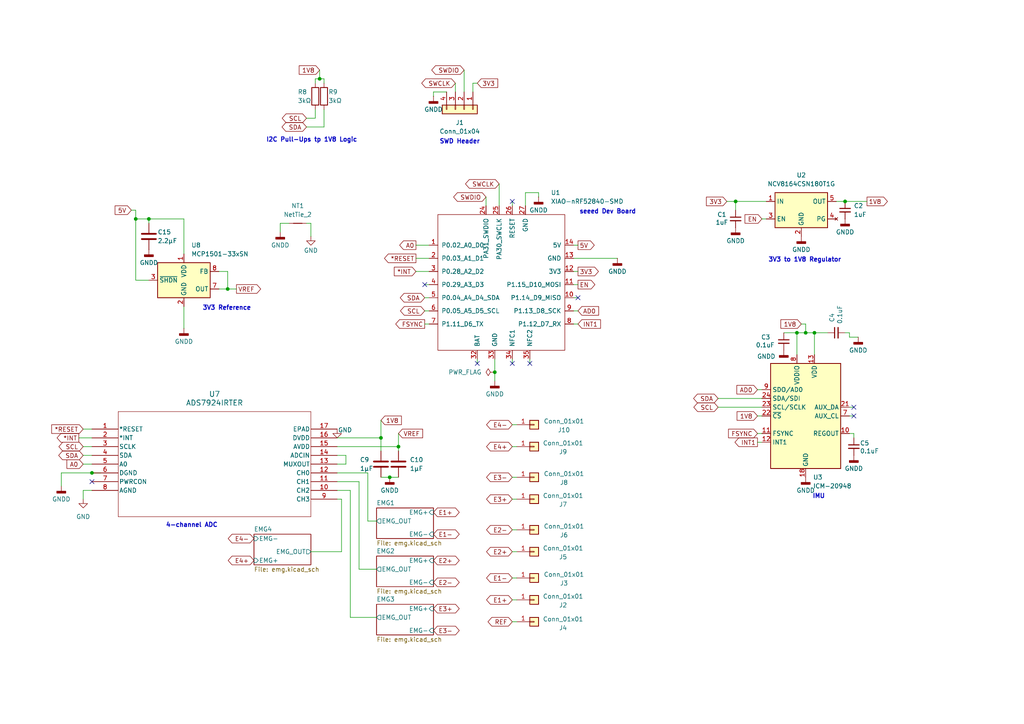
<source format=kicad_sch>
(kicad_sch (version 20250114) (generator "eeschema") (generator_version "9.0")
  (paper "A4")
  (lib_symbols
    (symbol "Connector_Generic:Conn_01x01" (pin_names (offset 1.016) (hide yes))
      (property "Reference" "J" (at 0 2.54 0))
      (property "Value" "Conn_01x01" (at 0 -2.54 0))
      (symbol "Conn_01x01_1_1"
        (rectangle (start -1.27 1.27) (end 1.27 -1.27) (stroke (width 0.254)) (fill (type background)))
        (rectangle (start -1.27 0.127) (end 0 -0.127) (stroke (width 0.1524)))
        (pin passive line (at -5.08 0 0) (length 3.81) (name "Pin_1") (number "1"))
      )
    )
    (symbol "Connector_Generic:Conn_01x04" (pin_names (offset 1.016) (hide yes))
      (property "Reference" "J" (at 0 5.08 0))
      (property "Value" "Conn_01x04" (at 0 -7.62 0))
      (symbol "Conn_01x04_1_1"
        (rectangle (start -1.27 3.81) (end 1.27 -6.35) (stroke (width 0.254)) (fill (type background)))
        (rectangle (start -1.27 2.667) (end 0 2.413) (stroke (width 0.1524)))
        (rectangle (start -1.27 0.127) (end 0 -0.127) (stroke (width 0.1524)))
        (rectangle (start -1.27 -2.413) (end 0 -2.667) (stroke (width 0.1524)))
        (rectangle (start -1.27 -4.953) (end 0 -5.207) (stroke (width 0.1524)))
        (pin passive line (at -5.08 2.54 0) (length 3.81) (name "Pin_1") (number "1"))
        (pin passive line (at -5.08 0 0) (length 3.81) (name "Pin_2") (number "2"))
        (pin passive line (at -5.08 -2.54 0) (length 3.81) (name "Pin_3") (number "3"))
        (pin passive line (at -5.08 -5.08 0) (length 3.81) (name "Pin_4") (number "4"))
      )
    )
    (symbol "Device:C" (pin_numbers (hide yes)) (pin_names (offset 0.254))
      (property "Reference" "C" (at 0.635 2.54 0))
      (property "Value" "C" (at 0.635 -2.54 0))
      (symbol "C_0_1"
        (polyline (pts (xy -2.032 0.762) (xy 2.032 0.762)) (stroke (width 0.508)))
        (polyline (pts (xy -2.032 -0.762) (xy 2.032 -0.762)) (stroke (width 0.508)))
      )
      (symbol "C_1_1"
        (pin passive line (at 0 3.81 270) (length 2.794) (name "~") (number "1"))
        (pin passive line (at 0 -3.81 90) (length 2.794) (name "~") (number "2"))
      )
    )
    (symbol "Device:C_Small" (pin_numbers (hide yes)) (pin_names (offset 0.254) (hide yes))
      (property "Reference" "C" (at 0.254 1.778 0))
      (property "Value" "C_Small" (at 0.254 -2.032 0))
      (symbol "C_Small_0_1"
        (polyline (pts (xy -1.524 0.508) (xy 1.524 0.508)) (stroke (width 0.3048)))
        (polyline (pts (xy -1.524 -0.508) (xy 1.524 -0.508)) (stroke (width 0.3302)))
      )
      (symbol "C_Small_1_1"
        (pin passive line (at 0 2.54 270) (length 2.032) (name "~") (number "1"))
        (pin passive line (at 0 -2.54 90) (length 2.032) (name "~") (number "2"))
      )
    )
    (symbol "Device:NetTie_2" (pin_numbers (hide yes)) (pin_names (offset 0) (hide yes)) (in_bom no)
      (property "Reference" "NT" (at 0 1.27 0))
      (property "Value" "NetTie_2" (at 0 -1.27 0))
      (symbol "NetTie_2_0_1"
        (polyline (pts (xy -1.27 0) (xy 1.27 0)) (stroke (width 0.254)))
      )
      (symbol "NetTie_2_1_1"
        (pin passive line (at -2.54 0 0) (length 2.54) (name "1") (number "1"))
        (pin passive line (at 2.54 0 180) (length 2.54) (name "2") (number "2"))
      )
    )
    (symbol "Device:R" (pin_numbers (hide yes)) (pin_names (offset 0))
      (property "Reference" "R" (at 2.032 0 90))
      (property "Value" "R" (at 0 0 90))
      (symbol "R_0_1"
        (rectangle (start -1.016 -2.54) (end 1.016 2.54) (stroke (width 0.254)))
      )
      (symbol "R_1_1"
        (pin passive line (at 0 3.81 270) (length 1.27) (name "~") (number "1"))
        (pin passive line (at 0 -3.81 90) (length 1.27) (name "~") (number "2"))
      )
    )
    (symbol "Reference_Voltage:MCP1501-33xSN"
      (property "Reference" "U" (at -5.08 6.35 0))
      (property "Value" "MCP1501-33xSN" (at 11.43 6.35 0))
      (symbol "MCP1501-33xSN_0_0"
        (pin input line (at -10.16 0 0) (length 2.54) (name "~{SHDN}") (number "3"))
        (pin power_in line (at 0 7.62 270) (length 2.54) (name "VDD") (number "1"))
        (pin power_in line (at 0 -7.62 90) (length 2.54) (name "GND") (number "2"))
        (pin passive line (at 0 -7.62 90) (length 2.54) (hide yes) (name "GND") (number "4"))
        (pin passive line (at 0 -7.62 90) (length 2.54) (hide yes) (name "GND") (number "5"))
        (pin passive line (at 0 -7.62 90) (length 2.54) (hide yes) (name "GND") (number "6"))
        (pin input line (at 10.16 2.54 180) (length 2.54) (name "FB") (number "8"))
        (pin power_out line (at 10.16 -2.54 180) (length 2.54) (name "OUT") (number "7"))
      )
      (symbol "MCP1501-33xSN_0_1"
        (rectangle (start -7.62 5.08) (end 7.62 -5.08) (stroke (width 0.254)) (fill (type background)))
      )
    )
    (symbol "Seeed_Studio_XIAO_Series:XIAO-nRF52840-SMD" (pin_names (offset 1.016))
      (symbol "XIAO-nRF52840-SMD_0_1"
        (rectangle (start -19.05 19.05) (end 17.78 -20.32))
      )
      (symbol "XIAO-nRF52840-SMD_1_1"
        (pin passive line (at -21.59 10.16 0) (length 2.54) (name "P0.02_A0_D0") (number "1"))
        (pin passive line (at -21.59 6.35 0) (length 2.54) (name "P0.03_A1_D1") (number "2"))
        (pin passive line (at -21.59 2.54 0) (length 2.54) (name "P0.28_A2_D2") (number "3"))
        (pin passive line (at -21.59 -1.27 0) (length 2.54) (name "P0.29_A3_D3") (number "4"))
        (pin bidirectional line (at -21.59 -5.08 0) (length 2.54) (name "P0.04_A4_D4_SDA") (number "5"))
        (pin bidirectional line (at -21.59 -8.89 0) (length 2.54) (name "P0.05_A5_D5_SCL") (number "6"))
        (pin output line (at -21.59 -12.7 0) (length 2.54) (name "P1.11_D6_TX") (number "7"))
        (pin power_out line (at -7.62 -22.86 90) (length 2.54) (name "BAT") (number "32"))
        (pin bidirectional line (at -5.08 21.59 270) (length 2.54) (name "PA31_SWDIO") (number "24"))
        (pin power_in line (at -2.54 -22.86 90) (length 2.54) (name "GND") (number "33"))
        (pin bidirectional line (at -1.27 21.59 270) (length 2.54) (name "PA30_SWCLK") (number "25"))
        (pin power_in line (at 2.54 21.59 270) (length 2.54) (name "RESET") (number "26"))
        (pin bidirectional line (at 2.54 -22.86 90) (length 2.54) (name "NFC1") (number "34"))
        (pin power_in line (at 6.35 21.59 270) (length 2.54) (name "GND") (number "27"))
        (pin bidirectional line (at 7.62 -22.86 90) (length 2.54) (name "NFC2") (number "35"))
        (pin power_out line (at 20.32 10.16 180) (length 2.54) (name "5V") (number "14"))
        (pin power_in line (at 20.32 6.35 180) (length 2.54) (name "GND") (number "13"))
        (pin power_out line (at 20.32 2.54 180) (length 2.54) (name "3V3") (number "12"))
        (pin passive line (at 20.32 -1.27 180) (length 2.54) (name "P1.15_D10_MOSI") (number "11"))
        (pin passive line (at 20.32 -5.08 180) (length 2.54) (name "P1.14_D9_MISO") (number "10"))
        (pin output line (at 20.32 -8.89 180) (length 2.54) (name "P1.13_D8_SCK") (number "9"))
        (pin input line (at 20.32 -12.7 180) (length 2.54) (name "P1.12_D7_RX") (number "8"))
      )
    )
    (symbol "Sensor_Motion:ICM-20948"
      (property "Reference" "U" (at -11.43 16.51 0))
      (property "Value" "ICM-20948" (at 7.62 -16.51 0))
      (symbol "ICM-20948_0_1"
        (rectangle (start -10.16 15.24) (end 10.16 -15.24) (stroke (width 0.254)) (fill (type background)))
      )
      (symbol "ICM-20948_1_1"
        (pin bidirectional line (at -12.7 7.62 0) (length 2.54) (name "SDO/AD0") (number "9"))
        (pin bidirectional line (at -12.7 5.08 0) (length 2.54) (name "SDA/SDI") (number "24"))
        (pin input line (at -12.7 2.54 0) (length 2.54) (name "SCL/SCLK") (number "23"))
        (pin input line (at -12.7 0 0) (length 2.54) (name "~{CS}") (number "22"))
        (pin input line (at -12.7 -5.08 0) (length 2.54) (name "FSYNC") (number "11"))
        (pin output line (at -12.7 -7.62 0) (length 2.54) (name "INT1") (number "12"))
        (pin no_connect line (at -10.16 12.7 0) (length 2.54) (hide yes) (name "NC") (number "1"))
        (pin no_connect line (at -10.16 10.16 0) (length 2.54) (hide yes) (name "NC") (number "2"))
        (pin no_connect line (at -10.16 -2.54 0) (length 2.54) (hide yes) (name "NC") (number "3"))
        (pin no_connect line (at -10.16 -10.16 0) (length 2.54) (hide yes) (name "NC") (number "4"))
        (pin no_connect line (at -10.16 -12.7 0) (length 2.54) (hide yes) (name "NC") (number "5"))
        (pin power_in line (at -2.54 17.78 270) (length 2.54) (name "VDDIO") (number "8"))
        (pin power_in line (at 0 -17.78 90) (length 2.54) (name "GND") (number "18"))
        (pin passive line (at 0 -17.78 90) (length 2.54) (hide yes) (name "GND") (number "20"))
        (pin power_in line (at 2.54 17.78 270) (length 2.54) (name "VDD") (number "13"))
        (pin no_connect line (at 10.16 10.16 180) (length 2.54) (hide yes) (name "NC") (number "6"))
        (pin no_connect line (at 10.16 7.62 180) (length 2.54) (hide yes) (name "NC") (number "14"))
        (pin no_connect line (at 10.16 5.08 180) (length 2.54) (hide yes) (name "NC") (number "15"))
        (pin no_connect line (at 10.16 -7.62 180) (length 2.54) (hide yes) (name "NC") (number "16"))
        (pin no_connect line (at 10.16 -10.16 180) (length 2.54) (hide yes) (name "NC") (number "17"))
        (pin no_connect line (at 10.16 -12.7 180) (length 2.54) (hide yes) (name "RESV") (number "19"))
        (pin bidirectional line (at 12.7 2.54 180) (length 2.54) (name "AUX_DA") (number "21"))
        (pin output line (at 12.7 0 180) (length 2.54) (name "AUX_CL") (number "7"))
        (pin passive line (at 12.7 -5.08 180) (length 2.54) (name "REGOUT") (number "10"))
      )
    )
    (symbol "lib:ADS7924IRTER" (pin_names (offset 0.254))
      (property "Reference" "U" (at 35.56 10.16 0))
      (property "Value" "ADS7924IRTER" (at 35.56 7.62 0))
      (symbol "ADS7924IRTER_0_1"
        (polyline (pts (xy 7.62 5.08) (xy 7.62 -25.4)) (stroke (width 0.127)))
        (polyline (pts (xy 7.62 -25.4) (xy 63.5 -25.4)) (stroke (width 0.127)))
        (polyline (pts (xy 63.5 5.08) (xy 7.62 5.08)) (stroke (width 0.127)))
        (polyline (pts (xy 63.5 -25.4) (xy 63.5 5.08)) (stroke (width 0.127)))
        (pin input line (at 0 0 0) (length 7.62) (name "*RESET") (number "1"))
        (pin output line (at 0 -2.54 0) (length 7.62) (name "*INT") (number "2"))
        (pin input line (at 0 -5.08 0) (length 7.62) (name "SCLK") (number "3"))
        (pin input line (at 0 -7.62 0) (length 7.62) (name "SDA") (number "4"))
        (pin bidirectional line (at 0 -10.16 0) (length 7.62) (name "A0") (number "5"))
        (pin power_in line (at 0 -12.7 0) (length 7.62) (name "DGND") (number "6"))
        (pin output line (at 0 -15.24 0) (length 7.62) (name "PWRCON") (number "7"))
        (pin power_in line (at 0 -17.78 0) (length 7.62) (name "AGND") (number "8"))
        (pin power_in line (at 71.12 0 180) (length 7.62) (name "EPAD") (number "17"))
        (pin power_in line (at 71.12 -2.54 180) (length 7.62) (name "DVDD") (number "16"))
        (pin power_in line (at 71.12 -5.08 180) (length 7.62) (name "AVDD") (number "15"))
        (pin input line (at 71.12 -7.62 180) (length 7.62) (name "ADCIN") (number "14"))
        (pin output line (at 71.12 -10.16 180) (length 7.62) (name "MUXOUT") (number "13"))
        (pin input line (at 71.12 -12.7 180) (length 7.62) (name "CH0") (number "12"))
        (pin input line (at 71.12 -15.24 180) (length 7.62) (name "CH1") (number "11"))
        (pin input line (at 71.12 -17.78 180) (length 7.62) (name "CH2") (number "10"))
        (pin input line (at 71.12 -20.32 180) (length 7.62) (name "CH3") (number "9"))
      )
    )
    (symbol "lib:NCV8164CSN180T1G"
      (property "Reference" "U2" (at 0 10.16 0))
      (property "Value" "NCV8164CSN180T1G" (at 0 7.62 0))
      (symbol "NCV8164CSN180T1G_0_1"
        (rectangle (start -7.62 5.08) (end 7.62 -5.08) (stroke (width 0.254)) (fill (type background)))
      )
      (symbol "NCV8164CSN180T1G_1_1"
        (pin power_in line (at -10.16 2.54 0) (length 2.54) (name "IN") (number "1"))
        (pin input line (at -10.16 -2.54 0) (length 2.54) (name "EN") (number "3"))
        (pin power_in line (at 0 -7.62 90) (length 2.54) (name "GND") (number "2"))
        (pin power_out line (at 10.16 2.54 180) (length 2.54) (name "OUT") (number "5"))
        (pin no_connect line (at 10.16 -2.54 180) (length 2.54) (name "PG") (number "4"))
      )
    )
    (symbol "power:GND" (power) (pin_numbers (hide yes)) (pin_names (offset 0) (hide yes))
      (property "Value" "GND" (at 0 -3.81 0))
      (symbol "GND_0_1"
        (polyline (pts (xy 0 0) (xy 0 -1.27) (xy 1.27 -1.27) (xy 0 -2.54) (xy -1.27 -1.27) (xy 0 -1.27)))
      )
      (symbol "GND_1_1"
        (pin power_in line (at 0 0 270) (length 0) (name "~") (number "1"))
      )
    )
    (symbol "power:GNDD" (power) (pin_numbers (hide yes)) (pin_names (offset 0) (hide yes))
      (property "Value" "GNDD" (at 0 -3.175 0))
      (symbol "GNDD_0_1"
        (rectangle (start -1.27 -1.524) (end 1.27 -2.032) (stroke (width 0.254)) (fill (type outline)))
        (polyline (pts (xy 0 0) (xy 0 -1.524)))
      )
      (symbol "GNDD_1_1"
        (pin power_in line (at 0 0 270) (length 0) (name "~") (number "1"))
      )
    )
    (symbol "power:PWR_FLAG" (power) (pin_numbers (hide yes)) (pin_names (offset 0) (hide yes))
      (property "Value" "PWR_FLAG" (at 0 3.81 0))
      (symbol "PWR_FLAG_0_0"
        (pin power_out line (at 0 0 90) (length 0) (name "~") (number "1"))
      )
      (symbol "PWR_FLAG_0_1"
        (polyline (pts (xy 0 0) (xy 0 1.27) (xy -1.016 1.905) (xy 0 2.54) (xy 1.016 1.905) (xy 0 1.27)))
      )
    )
  )
  (text "SWD Header" (at 133.35 41.148 0) (effects (font (size 1.27 1.27) (thickness 0.254) (bold yes))))
  (text "I2C Pull-Ups tp 1V8 Logic" (at 90.424 40.64 0) (effects (font (size 1.27 1.27) (thickness 0.254) (bold yes))))
  (text "IMU" (at 237.49 144.018 0) (effects (font (size 1.27 1.27) (thickness 0.254) (bold yes))))
  (text "3V3 to 1V8 Regulator" (at 233.426 75.438 0) (effects (font (size 1.27 1.27) (thickness 0.254) (bold yes))))
  (text "4-channel ADC" (at 55.626 152.4 0) (effects (font (size 1.27 1.27) (thickness 0.254) (bold yes))))
  (text "seeed Dev Board" (at 176.276 61.468 0) (effects (font (size 1.27 1.27) (thickness 0.254) (bold yes))))
  (text "3V3 Reference" (at 65.786 89.408 0) (effects (font (size 1.27 1.27) (thickness 0.254) (bold yes))))
  (junction (at 231.14 96.52))
  (junction (at 92.71 22.86))
  (junction (at 245.11 58.42))
  (junction (at 66.04 83.82))
  (junction (at 143.51 107.95))
  (junction (at 39.37 63.5))
  (junction (at 43.18 63.5))
  (junction (at 233.68 96.52))
  (junction (at 236.22 96.52))
  (junction (at 110.49 127))
  (junction (at 113.03 138.43))
  (junction (at 115.57 129.54))
  (junction (at 26.67 137.16))
  (junction (at 213.36 58.42))
  (no_connect (at 148.59 58.42))
  (no_connect (at 148.59 105.41))
  (no_connect (at 123.19 82.55))
  (no_connect (at 167.64 86.36))
  (no_connect (at 26.67 139.7))
  (no_connect (at 138.43 105.41))
  (no_connect (at 247.65 118.11))
  (no_connect (at 153.67 105.41))
  (no_connect (at 247.65 120.65))
  (wire (pts (xy 93.98 22.86) (xy 93.98 24.13)))
  (wire (pts (xy 140.97 57.15) (xy 140.97 59.69)))
  (wire (pts (xy 148.59 58.42) (xy 148.59 59.69)))
  (wire (pts (xy 53.34 73.66) (xy 53.34 63.5)))
  (wire (pts (xy 247.65 125.73) (xy 247.65 127)))
  (wire (pts (xy 99.06 144.78) (xy 97.79 144.78)))
  (wire (pts (xy 120.65 74.93) (xy 124.46 74.93)))
  (wire (pts (xy 91.44 22.86) (xy 91.44 24.13)))
  (wire (pts (xy 63.5 78.74) (xy 66.04 78.74)))
  (wire (pts (xy 39.37 60.96) (xy 39.37 63.5)))
  (wire (pts (xy 97.79 139.7) (xy 104.14 139.7)))
  (wire (pts (xy 83.82 64.77) (xy 81.28 64.77)))
  (wire (pts (xy 220.98 63.5) (xy 222.25 63.5)))
  (wire (pts (xy 53.34 63.5) (xy 43.18 63.5)))
  (wire (pts (xy 166.37 74.93) (xy 179.07 74.93)))
  (wire (pts (xy 246.38 97.79) (xy 246.38 96.52)))
  (wire (pts (xy 120.65 78.74) (xy 124.46 78.74)))
  (wire (pts (xy 88.9 34.29) (xy 91.44 34.29)))
  (wire (pts (xy 43.18 63.5) (xy 43.18 64.77)))
  (wire (pts (xy 93.98 31.75) (xy 93.98 36.83)))
  (wire (pts (xy 39.37 63.5) (xy 43.18 63.5)))
  (wire (pts (xy 24.13 144.78) (xy 24.13 142.24)))
  (wire (pts (xy 91.44 34.29) (xy 91.44 31.75)))
  (wire (pts (xy 104.14 139.7) (xy 104.14 165.1)))
  (wire (pts (xy 219.71 125.73) (xy 220.98 125.73)))
  (wire (pts (xy 213.36 60.96) (xy 213.36 58.42)))
  (wire (pts (xy 39.37 63.5) (xy 39.37 81.28)))
  (wire (pts (xy 219.71 128.27) (xy 220.98 128.27)))
  (wire (pts (xy 123.19 93.98) (xy 124.46 93.98)))
  (wire (pts (xy 110.49 130.81) (xy 110.49 127)))
  (wire (pts (xy 90.17 68.58) (xy 90.17 64.77)))
  (wire (pts (xy 166.37 82.55) (xy 167.64 82.55)))
  (wire (pts (xy 125.73 26.67) (xy 125.73 27.94)))
  (wire (pts (xy 24.13 129.54) (xy 26.67 129.54)))
  (wire (pts (xy 236.22 96.52) (xy 233.68 96.52)))
  (wire (pts (xy 26.67 137.16) (xy 29.21 137.16)))
  (wire (pts (xy 242.57 58.42) (xy 245.11 58.42)))
  (wire (pts (xy 92.71 20.32) (xy 92.71 22.86)))
  (wire (pts (xy 156.21 55.88) (xy 156.21 57.15)))
  (wire (pts (xy 144.78 53.34) (xy 144.78 59.69)))
  (wire (pts (xy 236.22 96.52) (xy 240.03 96.52)))
  (wire (pts (xy 138.43 24.13) (xy 137.16 24.13)))
  (wire (pts (xy 246.38 96.52) (xy 245.11 96.52)))
  (wire (pts (xy 24.13 132.08) (xy 26.67 132.08)))
  (wire (pts (xy 219.71 120.65) (xy 220.98 120.65)))
  (wire (pts (xy 208.28 115.57) (xy 220.98 115.57)))
  (wire (pts (xy 97.79 127) (xy 110.49 127)))
  (wire (pts (xy 100.33 132.08) (xy 100.33 134.62)))
  (wire (pts (xy 149.86 180.34) (xy 148.59 180.34)))
  (wire (pts (xy 24.13 124.46) (xy 26.67 124.46)))
  (wire (pts (xy 153.67 105.41) (xy 153.67 104.14)))
  (wire (pts (xy 210.82 58.42) (xy 213.36 58.42)))
  (wire (pts (xy 231.14 96.52) (xy 231.14 102.87)))
  (wire (pts (xy 152.4 55.88) (xy 156.21 55.88)))
  (wire (pts (xy 63.5 83.82) (xy 66.04 83.82)))
  (wire (pts (xy 129.54 26.67) (xy 125.73 26.67)))
  (wire (pts (xy 17.78 140.97) (xy 17.78 137.16)))
  (wire (pts (xy 106.68 137.16) (xy 97.79 137.16)))
  (wire (pts (xy 93.98 36.83) (xy 88.9 36.83)))
  (wire (pts (xy 17.78 137.16) (xy 26.67 137.16)))
  (wire (pts (xy 97.79 129.54) (xy 115.57 129.54)))
  (wire (pts (xy 248.92 97.79) (xy 246.38 97.79)))
  (wire (pts (xy 233.68 93.98) (xy 233.68 96.52)))
  (wire (pts (xy 22.86 127) (xy 26.67 127)))
  (wire (pts (xy 246.38 120.65) (xy 247.65 120.65)))
  (wire (pts (xy 149.86 167.64) (xy 148.59 167.64)))
  (wire (pts (xy 120.65 71.12) (xy 124.46 71.12)))
  (wire (pts (xy 232.41 93.98) (xy 233.68 93.98)))
  (wire (pts (xy 167.64 86.36) (xy 166.37 86.36)))
  (wire (pts (xy 24.13 142.24) (xy 26.67 142.24)))
  (wire (pts (xy 100.33 132.08) (xy 97.79 132.08)))
  (wire (pts (xy 53.34 88.9) (xy 53.34 95.25)))
  (wire (pts (xy 213.36 58.42) (xy 222.25 58.42)))
  (wire (pts (xy 166.37 78.74) (xy 167.64 78.74)))
  (wire (pts (xy 24.13 134.62) (xy 26.67 134.62)))
  (wire (pts (xy 110.49 121.92) (xy 110.49 127)))
  (wire (pts (xy 149.86 153.67) (xy 148.59 153.67)))
  (wire (pts (xy 109.22 165.1) (xy 104.14 165.1)))
  (wire (pts (xy 167.64 93.98) (xy 166.37 93.98)))
  (wire (pts (xy 138.43 105.41) (xy 138.43 104.14)))
  (wire (pts (xy 148.59 105.41) (xy 148.59 104.14)))
  (wire (pts (xy 149.86 123.19) (xy 148.59 123.19)))
  (wire (pts (xy 66.04 83.82) (xy 68.58 83.82)))
  (wire (pts (xy 90.17 64.77) (xy 88.9 64.77)))
  (wire (pts (xy 149.86 173.99) (xy 148.59 173.99)))
  (wire (pts (xy 91.44 22.86) (xy 92.71 22.86)))
  (wire (pts (xy 132.08 24.13) (xy 132.08 26.67)))
  (wire (pts (xy 231.14 96.52) (xy 227.33 96.52)))
  (wire (pts (xy 39.37 81.28) (xy 43.18 81.28)))
  (wire (pts (xy 123.19 82.55) (xy 124.46 82.55)))
  (wire (pts (xy 149.86 129.54) (xy 148.59 129.54)))
  (wire (pts (xy 166.37 71.12) (xy 167.64 71.12)))
  (wire (pts (xy 149.86 144.78) (xy 148.59 144.78)))
  (wire (pts (xy 115.57 125.73) (xy 115.57 129.54)))
  (wire (pts (xy 152.4 59.69) (xy 152.4 55.88)))
  (wire (pts (xy 106.68 151.13) (xy 106.68 137.16)))
  (wire (pts (xy 143.51 107.95) (xy 143.51 110.49)))
  (wire (pts (xy 208.28 118.11) (xy 220.98 118.11)))
  (wire (pts (xy 101.6 142.24) (xy 101.6 179.07)))
  (wire (pts (xy 109.22 151.13) (xy 106.68 151.13)))
  (wire (pts (xy 149.86 160.02) (xy 148.59 160.02)))
  (wire (pts (xy 246.38 118.11) (xy 247.65 118.11)))
  (wire (pts (xy 110.49 138.43) (xy 113.03 138.43)))
  (wire (pts (xy 38.1 60.96) (xy 39.37 60.96)))
  (wire (pts (xy 245.11 58.42) (xy 251.46 58.42)))
  (wire (pts (xy 92.71 22.86) (xy 93.98 22.86)))
  (wire (pts (xy 81.28 64.77) (xy 81.28 67.31)))
  (wire (pts (xy 66.04 78.74) (xy 66.04 83.82)))
  (wire (pts (xy 233.68 96.52) (xy 231.14 96.52)))
  (wire (pts (xy 113.03 138.43) (xy 115.57 138.43)))
  (wire (pts (xy 100.33 134.62) (xy 97.79 134.62)))
  (wire (pts (xy 101.6 179.07) (xy 109.22 179.07)))
  (wire (pts (xy 115.57 129.54) (xy 115.57 130.81)))
  (wire (pts (xy 97.79 142.24) (xy 101.6 142.24)))
  (wire (pts (xy 99.06 144.78) (xy 99.06 160.02)))
  (wire (pts (xy 137.16 24.13) (xy 137.16 26.67)))
  (wire (pts (xy 219.71 113.03) (xy 220.98 113.03)))
  (wire (pts (xy 134.62 20.32) (xy 134.62 26.67)))
  (wire (pts (xy 236.22 96.52) (xy 236.22 102.87)))
  (wire (pts (xy 246.38 125.73) (xy 247.65 125.73)))
  (wire (pts (xy 99.06 160.02) (xy 90.17 160.02)))
  (wire (pts (xy 143.51 104.14) (xy 143.51 107.95)))
  (wire (pts (xy 123.19 86.36) (xy 124.46 86.36)))
  (wire (pts (xy 123.19 90.17) (xy 124.46 90.17)))
  (wire (pts (xy 167.64 90.17) (xy 166.37 90.17)))
  (wire (pts (xy 149.86 138.43) (xy 148.59 138.43)))
  (global_label "SWDIO" (shape bidirectional) (at 140.97 57.15 180) (property "Intersheetrefs" "${INTERSHEET_REFS}" (effects (hide yes))))
  (global_label "SCL" (shape bidirectional) (at 123.19 90.17 180) (property "Intersheetrefs" "${INTERSHEET_REFS}" (effects (hide yes))))
  (global_label "E2-" (shape bidirectional) (at 125.73 168.91 0) (property "Intersheetrefs" "${INTERSHEET_REFS}" (effects (hide yes))))
  (global_label "SCL" (shape bidirectional) (at 88.9 34.29 180) (property "Intersheetrefs" "${INTERSHEET_REFS}" (effects (hide yes))))
  (global_label "3V3" (shape input) (at 210.82 58.42 180) (property "Intersheetrefs" "${INTERSHEET_REFS}" (effects (hide yes))))
  (global_label "INT1" (shape output) (at 219.71 128.27 180) (property "Intersheetrefs" "${INTERSHEET_REFS}" (effects (hide yes))))
  (global_label "*RESET" (shape output) (at 120.65 74.93 180) (property "Intersheetrefs" "${INTERSHEET_REFS}" (effects (hide yes))))
  (global_label "SDA" (shape bidirectional) (at 208.28 115.57 180) (property "Intersheetrefs" "${INTERSHEET_REFS}" (effects (hide yes))))
  (global_label "E3+" (shape bidirectional) (at 125.73 176.53 0) (property "Intersheetrefs" "${INTERSHEET_REFS}" (effects (hide yes))))
  (global_label "SCL" (shape bidirectional) (at 208.28 118.11 180) (property "Intersheetrefs" "${INTERSHEET_REFS}" (effects (hide yes))))
  (global_label "E1+" (shape bidirectional) (at 148.59 173.99 180) (property "Intersheetrefs" "${INTERSHEET_REFS}" (effects (hide yes))))
  (global_label "5V" (shape input) (at 38.1 60.96 180) (property "Intersheetrefs" "${INTERSHEET_REFS}" (effects (hide yes))))
  (global_label "SCL" (shape bidirectional) (at 24.13 129.54 180) (property "Intersheetrefs" "${INTERSHEET_REFS}" (effects (hide yes))))
  (global_label "SWCLK" (shape bidirectional) (at 144.78 53.34 180) (property "Intersheetrefs" "${INTERSHEET_REFS}" (effects (hide yes))))
  (global_label "E2-" (shape bidirectional) (at 148.59 153.67 180) (property "Intersheetrefs" "${INTERSHEET_REFS}" (effects (hide yes))))
  (global_label "E4-" (shape bidirectional) (at 148.59 123.19 180) (property "Intersheetrefs" "${INTERSHEET_REFS}" (effects (hide yes))))
  (global_label "*RESET" (shape input) (at 24.13 124.46 180) (property "Intersheetrefs" "${INTERSHEET_REFS}" (effects (hide yes))))
  (global_label "1V8" (shape input) (at 110.49 121.92 0) (property "Intersheetrefs" "${INTERSHEET_REFS}" (effects (hide yes))))
  (global_label "*INT" (shape input) (at 120.65 78.74 180) (property "Intersheetrefs" "${INTERSHEET_REFS}" (effects (hide yes))))
  (global_label "E4-" (shape bidirectional) (at 73.66 156.21 180) (property "Intersheetrefs" "${INTERSHEET_REFS}" (effects (hide yes))))
  (global_label "1V8" (shape input) (at 232.41 93.98 180) (property "Intersheetrefs" "${INTERSHEET_REFS}" (effects (hide yes))))
  (global_label "SWCLK" (shape bidirectional) (at 132.08 24.13 180) (property "Intersheetrefs" "${INTERSHEET_REFS}" (effects (hide yes))))
  (global_label "E4+" (shape bidirectional) (at 148.59 129.54 180) (property "Intersheetrefs" "${INTERSHEET_REFS}" (effects (hide yes))))
  (global_label "E4+" (shape bidirectional) (at 73.66 162.56 180) (property "Intersheetrefs" "${INTERSHEET_REFS}" (effects (hide yes))))
  (global_label "INT1" (shape input) (at 167.64 93.98 0) (property "Intersheetrefs" "${INTERSHEET_REFS}" (effects (hide yes))))
  (global_label "VREF" (shape output) (at 68.58 83.82 0) (property "Intersheetrefs" "${INTERSHEET_REFS}" (effects (hide yes))))
  (global_label "A0" (shape output) (at 120.65 71.12 180) (property "Intersheetrefs" "${INTERSHEET_REFS}" (effects (hide yes))))
  (global_label "SDA" (shape bidirectional) (at 24.13 132.08 180) (property "Intersheetrefs" "${INTERSHEET_REFS}" (effects (hide yes))))
  (global_label "E1-" (shape bidirectional) (at 148.59 167.64 180) (property "Intersheetrefs" "${INTERSHEET_REFS}" (effects (hide yes))))
  (global_label "E1-" (shape bidirectional) (at 125.73 154.94 0) (property "Intersheetrefs" "${INTERSHEET_REFS}" (effects (hide yes))))
  (global_label "3V3" (shape input) (at 138.43 24.13 0) (property "Intersheetrefs" "${INTERSHEET_REFS}" (effects (hide yes))))
  (global_label "REF" (shape bidirectional) (at 148.59 180.34 180) (property "Intersheetrefs" "${INTERSHEET_REFS}" (effects (hide yes))))
  (global_label "E2+" (shape bidirectional) (at 125.73 162.56 0) (property "Intersheetrefs" "${INTERSHEET_REFS}" (effects (hide yes))))
  (global_label "*INT" (shape output) (at 22.86 127 180) (property "Intersheetrefs" "${INTERSHEET_REFS}" (effects (hide yes))))
  (global_label "FSYNC" (shape output) (at 123.19 93.98 180) (property "Intersheetrefs" "${INTERSHEET_REFS}" (effects (hide yes))))
  (global_label "E2+" (shape bidirectional) (at 148.59 160.02 180) (property "Intersheetrefs" "${INTERSHEET_REFS}" (effects (hide yes))))
  (global_label "3V3" (shape output) (at 167.64 78.74 0) (property "Intersheetrefs" "${INTERSHEET_REFS}" (effects (hide yes))))
  (global_label "AD0" (shape input) (at 219.71 113.03 180) (property "Intersheetrefs" "${INTERSHEET_REFS}" (effects (hide yes))))
  (global_label "AD0" (shape input) (at 167.64 90.17 0) (property "Intersheetrefs" "${INTERSHEET_REFS}" (effects (hide yes))))
  (global_label "1V8" (shape output) (at 251.46 58.42 0) (property "Intersheetrefs" "${INTERSHEET_REFS}" (effects (hide yes))))
  (global_label "A0" (shape input) (at 24.13 134.62 180) (property "Intersheetrefs" "${INTERSHEET_REFS}" (effects (hide yes))))
  (global_label "SWDIO" (shape bidirectional) (at 134.62 20.32 180) (property "Intersheetrefs" "${INTERSHEET_REFS}" (effects (hide yes))))
  (global_label "1V8" (shape input) (at 219.71 120.65 180) (property "Intersheetrefs" "${INTERSHEET_REFS}" (effects (hide yes))))
  (global_label "E3-" (shape bidirectional) (at 125.73 182.88 0) (property "Intersheetrefs" "${INTERSHEET_REFS}" (effects (hide yes))))
  (global_label "1V8" (shape input) (at 92.71 20.32 180) (property "Intersheetrefs" "${INTERSHEET_REFS}" (effects (hide yes))))
  (global_label "SDA" (shape bidirectional) (at 88.9 36.83 180) (property "Intersheetrefs" "${INTERSHEET_REFS}" (effects (hide yes))))
  (global_label "5V" (shape output) (at 167.64 71.12 0) (property "Intersheetrefs" "${INTERSHEET_REFS}" (effects (hide yes))))
  (global_label "EN" (shape input) (at 220.98 63.5 180) (property "Intersheetrefs" "${INTERSHEET_REFS}" (effects (hide yes))))
  (global_label "E3+" (shape bidirectional) (at 148.59 144.78 180) (property "Intersheetrefs" "${INTERSHEET_REFS}" (effects (hide yes))))
  (global_label "SDA" (shape bidirectional) (at 123.19 86.36 180) (property "Intersheetrefs" "${INTERSHEET_REFS}" (effects (hide yes))))
  (global_label "FSYNC" (shape input) (at 219.71 125.73 180) (property "Intersheetrefs" "${INTERSHEET_REFS}" (effects (hide yes))))
  (global_label "VREF" (shape input) (at 115.57 125.73 0) (property "Intersheetrefs" "${INTERSHEET_REFS}" (effects (hide yes))))
  (global_label "E1+" (shape bidirectional) (at 125.73 148.59 0) (property "Intersheetrefs" "${INTERSHEET_REFS}" (effects (hide yes))))
  (global_label "EN" (shape output) (at 167.64 82.55 0) (property "Intersheetrefs" "${INTERSHEET_REFS}" (effects (hide yes))))
  (global_label "E3-" (shape bidirectional) (at 148.59 138.43 180) (property "Intersheetrefs" "${INTERSHEET_REFS}" (effects (hide yes))))
  (symbol (lib_id "power:GNDD") (at 125.73 27.94 0) (mirror y) (unit 1)
    (property "Reference" "#PWR011" (effects (hide yes)))
    (property "Value" "GNDD" (at 125.73 31.75 0))
    (property "Description" "Power symbol creates a global label with name \"GNDD\" , digital ground" (effects (hide yes)))
  )
  (symbol (lib_id "power:GNDD") (at 156.21 57.15 0) (unit 1)
    (property "Reference" "#PWR02" (effects (hide yes)))
    (property "Value" "GNDD" (at 156.21 60.96 0))
    (property "Description" "Power symbol creates a global label with name \"GNDD\" , digital ground" (effects (hide yes)))
  )
  (symbol (lib_id "Device:C") (at 110.49 134.62 0) (unit 1)
    (property "Reference" "C9" (at 104.394 133.35 0) (effects (justify left)))
    (property "Value" "1µF" (at 104.394 135.89 0) (effects (justify left)))
    (property "Footprint" "Capacitor_SMD:C_0603_1608Metric" (effects (hide yes)))
    (property "Description" "Unpolarized capacitor" (effects (hide yes)))
  )
  (symbol (lib_id "Device:C_Small") (at 242.57 96.52 90) (unit 1)
    (property "Reference" "C4" (at 241.3 93.472 0) (effects (justify left)))
    (property "Value" "0.1uF" (at 243.586 93.98 0) (effects (justify left)))
    (property "Footprint" "Capacitor_SMD:C_0603_1608Metric" (effects (hide yes)))
    (property "Description" "Unpolarized capacitor, small symbol" (effects (hide yes)))
  )
  (symbol (lib_id "Device:C_Small") (at 227.33 99.06 0) (unit 1)
    (property "Reference" "C3" (at 220.726 97.79 0) (effects (justify left)))
    (property "Value" "0.1uF" (at 219.202 100.076 0) (effects (justify left)))
    (property "Footprint" "Capacitor_SMD:C_0603_1608Metric" (effects (hide yes)))
    (property "Description" "Unpolarized capacitor, small symbol" (effects (hide yes)))
  )
  (symbol (lib_id "power:PWR_FLAG") (at 143.51 107.95 90) (unit 1)
    (property "Reference" "#FLG02" (effects (hide yes)))
    (property "Value" "PWR_FLAG" (at 139.7 107.9499 90) (effects (justify left)))
    (property "Description" "Special symbol for telling ERC where power comes from" (effects (hide yes)))
  )
  (symbol (lib_id "power:GNDD") (at 247.65 132.08 0) (mirror y) (unit 1)
    (property "Reference" "#PWR010" (effects (hide yes)))
    (property "Value" "GNDD" (at 247.65 135.89 0))
    (property "Description" "Power symbol creates a global label with name \"GNDD\" , digital ground" (effects (hide yes)))
  )
  (symbol (lib_id "Reference_Voltage:MCP1501-33xSN") (at 53.34 81.28 0) (unit 1)
    (property "Reference" "U8" (at 55.4833 71.12 0) (effects (justify left)))
    (property "Value" "MCP1501-33xSN" (at 55.4833 73.66 0) (effects (justify left)))
    (property "Footprint" "Package_SO:SOIC-8_3.9x4.9mm_P1.27mm" (effects (hide yes)))
    (property "Datasheet" "http://ww1.microchip.com/downloads/en/DeviceDoc/20005474E.pdf" (effects (hide yes)))
    (property "Description" "3.3V, 0.1%, 20mA, Precision Voltage Reference, SOIC-8" (effects (hide yes)))
  )
  (symbol (lib_id "power:GNDD") (at 81.28 67.31 0) (mirror y) (unit 1)
    (property "Reference" "#PWR042" (effects (hide yes)))
    (property "Value" "GNDD" (at 81.28 71.12 0))
    (property "Description" "Power symbol creates a global label with name \"GNDD\" , digital ground" (effects (hide yes)))
  )
  (symbol (lib_id "power:GNDD") (at 43.18 72.39 0) (mirror y) (unit 1)
    (property "Reference" "#PWR025" (effects (hide yes)))
    (property "Value" "GNDD" (at 43.18 76.2 0))
    (property "Description" "Power symbol creates a global label with name \"GNDD\" , digital ground" (effects (hide yes)))
  )
  (symbol (lib_id "Device:NetTie_2") (at 86.36 64.77 0) (unit 1) (in_bom no)
    (property "Reference" "NT1" (at 86.36 59.69 0))
    (property "Value" "NetTie_2" (at 86.36 62.23 0))
    (property "Description" "Net tie, 2 pins" (effects (hide yes)))
  )
  (symbol (lib_id "power:GNDD") (at 248.92 97.79 0) (mirror y) (unit 1)
    (property "Reference" "#PWR08" (effects (hide yes)))
    (property "Value" "GNDD" (at 248.92 101.6 0))
    (property "Description" "Power symbol creates a global label with name \"GNDD\" , digital ground" (effects (hide yes)))
  )
  (symbol (lib_id "Connector_Generic:Conn_01x01") (at 154.94 123.19 0) (unit 1)
    (property "Reference" "J10" (at 163.576 124.714 0))
    (property "Value" "Conn_01x01" (at 163.576 122.174 0))
    (property "Footprint" "TestPoint:TestPoint_Pad_2.0x2.0mm" (effects (hide yes)))
    (property "Description" "Generic connector, single row, 01x01, script generated (kicad-library-utils/schlib/autogen/connector/)" (effects (hide yes)))
  )
  (symbol (lib_id "Device:C_Small") (at 213.36 63.5 0) (unit 1)
    (property "Reference" "C1" (at 208.026 62.23 0) (effects (justify left)))
    (property "Value" "1uF" (at 207.518 64.516 0) (effects (justify left)))
    (property "Footprint" "Capacitor_SMD:C_0603_1608Metric" (effects (hide yes)))
    (property "Description" "Unpolarized capacitor, small symbol" (effects (hide yes)))
  )
  (symbol (lib_id "Connector_Generic:Conn_01x01") (at 154.94 153.67 0) (unit 1)
    (property "Reference" "J6" (at 163.576 155.194 0))
    (property "Value" "Conn_01x01" (at 163.576 152.654 0))
    (property "Footprint" "TestPoint:TestPoint_Pad_2.0x2.0mm" (effects (hide yes)))
    (property "Description" "Generic connector, single row, 01x01, script generated (kicad-library-utils/schlib/autogen/connector/)" (effects (hide yes)))
  )
  (symbol (lib_id "power:GNDD") (at 233.68 138.43 0) (mirror y) (unit 1)
    (property "Reference" "#PWR09" (effects (hide yes)))
    (property "Value" "GNDD" (at 233.68 142.24 0))
    (property "Description" "Power symbol creates a global label with name \"GNDD\" , digital ground" (effects (hide yes)))
  )
  (symbol (lib_id "Seeed_Studio_XIAO_Series:XIAO-nRF52840-SMD") (at 146.05 81.28 0) (unit 1)
    (property "Reference" "U1" (at 159.766 55.88 0) (effects (justify left)))
    (property "Value" "XIAO-nRF52840-SMD" (at 159.766 58.42 0) (effects (justify left)))
    (property "Footprint" "perpetuality_footprints:SeeedStudio nRf52840" (effects (hide yes)))
  )
  (symbol (lib_id "power:GNDD") (at 245.11 63.5 0) (mirror y) (unit 1)
    (property "Reference" "#PWR05" (effects (hide yes)))
    (property "Value" "GNDD" (at 245.11 67.31 0))
    (property "Description" "Power symbol creates a global label with name \"GNDD\" , digital ground" (effects (hide yes)))
  )
  (symbol (lib_id "power:GND") (at 97.79 124.46 0) (unit 1)
    (property "Reference" "#PWR018" (effects (hide yes)))
    (property "Value" "GND" (at 100.076 124.714 0))
    (property "Description" "Power symbol creates a global label with name \"GND\" , ground" (effects (hide yes)))
  )
  (symbol (lib_id "Device:C") (at 43.18 68.58 0) (unit 1)
    (property "Reference" "C15" (at 45.72 67.31 0) (effects (justify left)))
    (property "Value" "2.2µF" (at 45.72 69.85 0) (effects (justify left)))
    (property "Footprint" "Capacitor_SMD:C_0603_1608Metric" (effects (hide yes)))
    (property "Description" "Unpolarized capacitor" (effects (hide yes)))
  )
  (symbol (lib_id "Connector_Generic:Conn_01x01") (at 154.94 144.78 0) (unit 1)
    (property "Reference" "J7" (at 163.322 146.304 0))
    (property "Value" "Conn_01x01" (at 163.322 143.764 0))
    (property "Footprint" "TestPoint:TestPoint_Pad_2.0x2.0mm" (effects (hide yes)))
    (property "Description" "Generic connector, single row, 01x01, script generated (kicad-library-utils/schlib/autogen/connector/)" (effects (hide yes)))
  )
  (symbol (lib_id "Device:C_Small") (at 247.65 129.54 0) (unit 1)
    (property "Reference" "C5" (at 249.428 128.524 0) (effects (justify left)))
    (property "Value" "0.1uF" (at 249.428 130.81 0) (effects (justify left)))
    (property "Footprint" "Capacitor_SMD:C_0603_1608Metric" (effects (hide yes)))
    (property "Description" "Unpolarized capacitor, small symbol" (effects (hide yes)))
  )
  (symbol (lib_id "power:GNDD") (at 179.07 74.93 0) (unit 1)
    (property "Reference" "#PWR04" (effects (hide yes)))
    (property "Value" "GNDD" (at 179.07 78.74 0))
    (property "Description" "Power symbol creates a global label with name \"GNDD\" , digital ground" (effects (hide yes)))
  )
  (symbol (lib_id "power:GNDD") (at 227.33 101.6 0) (mirror y) (unit 1)
    (property "Reference" "#PWR07" (effects (hide yes)))
    (property "Value" "GNDD" (at 222.25 103.378 0))
    (property "Description" "Power symbol creates a global label with name \"GNDD\" , digital ground" (effects (hide yes)))
  )
  (symbol (lib_id "Connector_Generic:Conn_01x01") (at 154.94 173.99 0) (unit 1)
    (property "Reference" "J2" (at 163.322 175.514 0))
    (property "Value" "Conn_01x01" (at 163.322 172.974 0))
    (property "Footprint" "TestPoint:TestPoint_Pad_2.0x2.0mm" (effects (hide yes)))
    (property "Description" "Generic connector, single row, 01x01, script generated (kicad-library-utils/schlib/autogen/connector/)" (effects (hide yes)))
  )
  (symbol (lib_id "Device:R") (at 91.44 27.94 180) (unit 1)
    (property "Reference" "R8" (at 86.36 26.67 0) (effects (justify right)))
    (property "Value" "3kΩ" (at 86.36 29.21 0) (effects (justify right)))
    (property "Footprint" "Resistor_SMD:R_0603_1608Metric" (effects (hide yes)))
    (property "Description" "Resistor" (effects (hide yes)))
  )
  (symbol (lib_id "power:GND") (at 24.13 144.78 0) (unit 1)
    (property "Reference" "#PWR026" (effects (hide yes)))
    (property "Value" "GND" (at 24.13 149.86 0))
    (property "Description" "Power symbol creates a global label with name \"GND\" , ground" (effects (hide yes)))
  )
  (symbol (lib_id "Connector_Generic:Conn_01x01") (at 154.94 167.64 0) (unit 1)
    (property "Reference" "J3" (at 163.576 169.164 0))
    (property "Value" "Conn_01x01" (at 163.576 166.624 0))
    (property "Footprint" "TestPoint:TestPoint_Pad_2.0x2.0mm" (effects (hide yes)))
    (property "Description" "Generic connector, single row, 01x01, script generated (kicad-library-utils/schlib/autogen/connector/)" (effects (hide yes)))
  )
  (symbol (lib_id "Sensor_Motion:ICM-20948") (at 233.68 120.65 0) (unit 1)
    (property "Reference" "U3" (at 235.8233 138.43 0) (effects (justify left)))
    (property "Value" "ICM-20948" (at 235.8233 140.97 0) (effects (justify left)))
    (property "Footprint" "Sensor_Motion:InvenSense_QFN-24_3x3mm_P0.4mm" (effects (hide yes)))
    (property "Datasheet" "http://www.invensense.com/wp-content/uploads/2016/06/DS-000189-ICM-20948-v1.3.pdf" (effects (hide yes)))
    (property "Description" "InvenSense 9-Axis Motion Sensor, Accelerometer, Gyroscope, Compass, I2C/SPI, QFN-24" (effects (hide yes)))
  )
  (symbol (lib_id "Connector_Generic:Conn_01x01") (at 154.94 160.02 0) (unit 1)
    (property "Reference" "J5" (at 163.322 161.544 0))
    (property "Value" "Conn_01x01" (at 163.322 159.004 0))
    (property "Footprint" "TestPoint:TestPoint_Pad_2.0x2.0mm" (effects (hide yes)))
    (property "Description" "Generic connector, single row, 01x01, script generated (kicad-library-utils/schlib/autogen/connector/)" (effects (hide yes)))
  )
  (symbol (lib_id "power:GND") (at 90.17 68.58 0) (unit 1)
    (property "Reference" "#PWR043" (effects (hide yes)))
    (property "Value" "GND" (at 90.17 72.644 0))
    (property "Description" "Power symbol creates a global label with name \"GND\" , ground" (effects (hide yes)))
  )
  (symbol (lib_id "Connector_Generic:Conn_01x01") (at 154.94 138.43 0) (unit 1)
    (property "Reference" "J8" (at 163.576 139.954 0))
    (property "Value" "Conn_01x01" (at 163.576 137.414 0))
    (property "Footprint" "TestPoint:TestPoint_Pad_2.0x2.0mm" (effects (hide yes)))
    (property "Description" "Generic connector, single row, 01x01, script generated (kicad-library-utils/schlib/autogen/connector/)" (effects (hide yes)))
  )
  (symbol (lib_id "power:GNDD") (at 113.03 138.43 0) (mirror y) (unit 1)
    (property "Reference" "#PWR017" (effects (hide yes)))
    (property "Value" "GNDD" (at 113.03 142.24 0))
    (property "Description" "Power symbol creates a global label with name \"GNDD\" , digital ground" (effects (hide yes)))
  )
  (symbol (lib_id "lib:ADS7924IRTER") (at 26.67 124.46 0) (unit 1)
    (property "Reference" "U7" (at 62.23 114.3 0) (effects (font (size 1.524 1.524))))
    (property "Value" "ADS7924IRTER" (at 62.23 116.84 0) (effects (font (size 1.524 1.524))))
    (property "Footprint" "perpetuality_footprints:RTE16_1P7X1P7" (effects (hide yes)))
    (property "Datasheet" "https://www.ti.com/lit/gpn/ads7924" (effects (hide yes)))
  )
  (symbol (lib_id "Connector_Generic:Conn_01x01") (at 154.94 129.54 0) (unit 1)
    (property "Reference" "J9" (at 163.322 131.064 0))
    (property "Value" "Conn_01x01" (at 163.322 128.524 0))
    (property "Footprint" "TestPoint:TestPoint_Pad_2.0x2.0mm" (effects (hide yes)))
    (property "Description" "Generic connector, single row, 01x01, script generated (kicad-library-utils/schlib/autogen/connector/)" (effects (hide yes)))
  )
  (symbol (lib_id "lib:NCV8164CSN180T1G") (at 232.41 60.96 0) (unit 1)
    (property "Reference" "U2" (at 232.41 50.8 0))
    (property "Value" "NCV8164CSN180T1G" (at 232.41 53.34 0))
    (property "Footprint" "Package_TO_SOT_SMD:TSOT-23-5" (effects (hide yes)))
    (property "Datasheet" "https://mm.digikey.com/Volume0/opasdata/d220001/medias/docus/6621/PdfFile168577.pdf" (effects (hide yes)))
    (property "Description" "Linear Voltage Regulator IC Positive Fixed 1 Output 300mA 5-TSOP" (effects (hide yes)))
  )
  (symbol (lib_id "power:GNDD") (at 232.41 68.58 0) (mirror y) (unit 1)
    (property "Reference" "#PWR06" (effects (hide yes)))
    (property "Value" "GNDD" (at 232.41 72.39 0))
    (property "Description" "Power symbol creates a global label with name \"GNDD\" , digital ground" (effects (hide yes)))
  )
  (symbol (lib_id "power:GNDD") (at 143.51 110.49 0) (unit 1)
    (property "Reference" "#PWR01" (effects (hide yes)))
    (property "Value" "GNDD" (at 143.51 114.3 0))
    (property "Description" "Power symbol creates a global label with name \"GNDD\" , digital ground" (effects (hide yes)))
  )
  (symbol (lib_id "Device:R") (at 93.98 27.94 180) (unit 1)
    (property "Reference" "R9" (at 95.25 26.67 0) (effects (justify right)))
    (property "Value" "3kΩ" (at 95.25 29.21 0) (effects (justify right)))
    (property "Footprint" "Resistor_SMD:R_0603_1608Metric" (effects (hide yes)))
    (property "Description" "Resistor" (effects (hide yes)))
  )
  (symbol (lib_id "Connector_Generic:Conn_01x04") (at 134.62 31.75 270) (unit 1)
    (property "Reference" "J1" (at 133.35 35.56 90))
    (property "Value" "Conn_01x04" (at 133.35 38.1 90))
    (property "Footprint" "TestPoint:TestPoint_Pad_2.0x2.0mm" (effects (hide yes)))
    (property "Description" "Generic connector, single row, 01x04, script generated (kicad-library-utils/schlib/autogen/connector/)" (effects (hide yes)))
  )
  (symbol (lib_id "power:GNDD") (at 53.34 95.25 0) (mirror y) (unit 1)
    (property "Reference" "#PWR024" (effects (hide yes)))
    (property "Value" "GNDD" (at 53.34 99.06 0))
    (property "Description" "Power symbol creates a global label with name \"GNDD\" , digital ground" (effects (hide yes)))
  )
  (symbol (lib_id "power:GNDD") (at 17.78 140.97 0) (mirror y) (unit 1)
    (property "Reference" "#PWR041" (effects (hide yes)))
    (property "Value" "GNDD" (at 17.78 144.78 0))
    (property "Description" "Power symbol creates a global label with name \"GNDD\" , digital ground" (effects (hide yes)))
  )
  (symbol (lib_id "Device:C_Small") (at 245.11 60.96 0) (unit 1)
    (property "Reference" "C2" (at 247.65 59.6962 0) (effects (justify left)))
    (property "Value" "1uF" (at 247.65 62.2362 0) (effects (justify left)))
    (property "Footprint" "Capacitor_SMD:C_0603_1608Metric" (effects (hide yes)))
    (property "Description" "Unpolarized capacitor, small symbol" (effects (hide yes)))
  )
  (symbol (lib_id "power:GNDD") (at 213.36 66.04 0) (mirror y) (unit 1)
    (property "Reference" "#PWR03" (effects (hide yes)))
    (property "Value" "GNDD" (at 213.36 69.85 0))
    (property "Description" "Power symbol creates a global label with name \"GNDD\" , digital ground" (effects (hide yes)))
  )
  (symbol (lib_id "Connector_Generic:Conn_01x01") (at 154.94 180.34 0) (unit 1)
    (property "Reference" "J4" (at 163.322 182.118 0))
    (property "Value" "Conn_01x01" (at 163.322 179.578 0))
    (property "Footprint" "TestPoint:TestPoint_Pad_2.0x2.0mm" (effects (hide yes)))
    (property "Description" "Generic connector, single row, 01x01, script generated (kicad-library-utils/schlib/autogen/connector/)" (effects (hide yes)))
  )
  (symbol (lib_id "Device:C") (at 115.57 134.62 0) (unit 1)
    (property "Reference" "C10" (at 118.872 133.35 0) (effects (justify left)))
    (property "Value" "1µF" (at 118.872 135.89 0) (effects (justify left)))
    (property "Footprint" "Capacitor_SMD:C_0603_1608Metric" (effects (hide yes)))
    (property "Description" "Unpolarized capacitor" (effects (hide yes)))
  )
  (sheet (at 109.22 175.26) (size 16.51 8.89) (stroke (width 0.1524))
    (property "Sheetname" "EMG3" (at 109.22 174.5484 0) (effects (justify left bottom)))
    (property "Sheetfile" "emg.kicad_sch" (at 109.22 184.7346 0) (effects (justify left top)))
    (pin "EMG-" input (at 125.73 182.88 0))
    (pin "EMG+" input (at 125.73 176.53 0))
    (pin "EMG_OUT" output (at 109.22 179.07 180))
  )
  (sheet (at 109.22 161.29) (size 16.51 8.89) (stroke (width 0.1524))
    (property "Sheetname" "EMG2" (at 109.22 160.5784 0) (effects (justify left bottom)))
    (property "Sheetfile" "emg.kicad_sch" (at 109.22 170.7646 0) (effects (justify left top)))
    (pin "EMG-" input (at 125.73 168.91 0))
    (pin "EMG+" input (at 125.73 162.56 0))
    (pin "EMG_OUT" output (at 109.22 165.1 180))
  )
  (sheet (at 73.66 154.94) (size 16.51 8.89) (stroke (width 0.1524))
    (property "Sheetname" "EMG4" (at 73.66 154.2284 0) (effects (justify left bottom)))
    (property "Sheetfile" "emg.kicad_sch" (at 73.66 164.4146 0) (effects (justify left top)))
    (pin "EMG-" input (at 73.66 156.21 180))
    (pin "EMG+" input (at 73.66 162.56 180))
    (pin "EMG_OUT" output (at 90.17 160.02 0))
  )
  (sheet (at 109.22 147.32) (size 16.51 8.89) (stroke (width 0.1524))
    (property "Sheetname" "EMG1" (at 109.22 146.6084 0) (effects (justify left bottom)))
    (property "Sheetfile" "emg.kicad_sch" (at 109.22 156.7946 0) (effects (justify left top)))
    (pin "EMG-" input (at 125.73 154.94 0))
    (pin "EMG+" input (at 125.73 148.59 0))
    (pin "EMG_OUT" output (at 109.22 151.13 180))
  )
)
</source>
